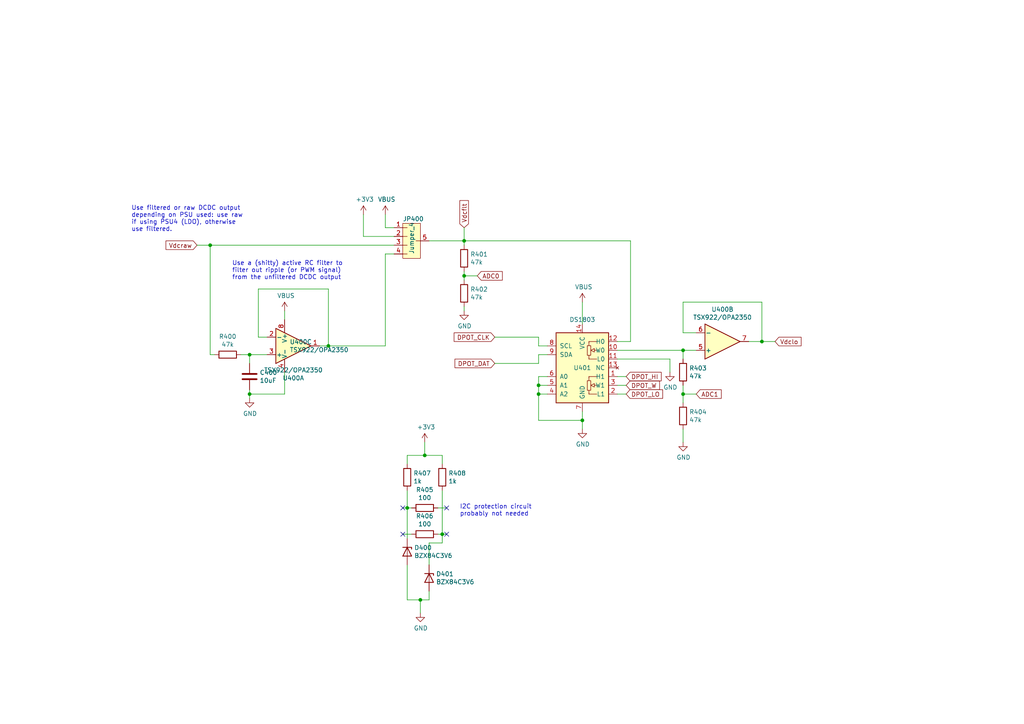
<source format=kicad_sch>
(kicad_sch (version 20211123) (generator eeschema)
  (paper "A4")
  (lib_symbols
    (symbol "Amplifier_Operational:LM358" (pin_names (offset 0.127))
      (property "Reference" "U" (at 0 5.08 0))
      (property "Value" "LM358" (at 0 -5.08 0))
      (symbol "LM358_1_1"
        (polyline (pts (xy -5.08 5.08) (xy 5.08 0) (xy -5.08 -5.08) (xy -5.08 5.08)) (stroke (width 0.254)) (fill (type background)))
        (pin output line (at 7.62 0 180) (length 2.54) (name "~") (number "1"))
        (pin input line (at -7.62 -2.54 0) (length 2.54) (name "-") (number "2"))
        (pin input line (at -7.62 2.54 0) (length 2.54) (name "+") (number "3"))
      )
      (symbol "LM358_2_1"
        (polyline (pts (xy -5.08 5.08) (xy 5.08 0) (xy -5.08 -5.08) (xy -5.08 5.08)) (stroke (width 0.254)) (fill (type background)))
        (pin input line (at -7.62 2.54 0) (length 2.54) (name "+") (number "5"))
        (pin input line (at -7.62 -2.54 0) (length 2.54) (name "-") (number "6"))
        (pin output line (at 7.62 0 180) (length 2.54) (name "~") (number "7"))
      )
      (symbol "LM358_3_1"
        (pin power_in line (at -2.54 -7.62 90) (length 3.81) (name "V-") (number "4"))
        (pin power_in line (at -2.54 7.62 270) (length 3.81) (name "V+") (number "8"))
      )
    )
    (symbol "Device:C" (pin_numbers hide) (pin_names (offset 0.254))
      (property "Reference" "C" (at 0.635 2.54 0))
      (property "Value" "C" (at 0.635 -2.54 0))
      (symbol "C_0_1"
        (polyline (pts (xy -2.032 -0.762) (xy 2.032 -0.762)) (stroke (width 0.508)))
        (polyline (pts (xy -2.032 0.762) (xy 2.032 0.762)) (stroke (width 0.508)))
      )
      (symbol "C_1_1"
        (pin passive line (at 0 3.81 270) (length 2.794) (name "~") (number "1"))
        (pin passive line (at 0 -3.81 90) (length 2.794) (name "~") (number "2"))
      )
    )
    (symbol "Device:D_Zener" (pin_numbers hide) (pin_names (offset 1.016) hide)
      (property "Reference" "D" (at 0 2.54 0))
      (property "Value" "D_Zener" (at 0 -2.54 0))
      (symbol "D_Zener_0_1"
        (polyline (pts (xy 1.27 0) (xy -1.27 0)))
        (polyline (pts (xy -1.27 -1.27) (xy -1.27 1.27) (xy -0.762 1.27)) (stroke (width 0.254)))
        (polyline (pts (xy 1.27 -1.27) (xy 1.27 1.27) (xy -1.27 0) (xy 1.27 -1.27)) (stroke (width 0.254)))
      )
      (symbol "D_Zener_1_1"
        (pin passive line (at -3.81 0 0) (length 2.54) (name "K") (number "1"))
        (pin passive line (at 3.81 0 180) (length 2.54) (name "A") (number "2"))
      )
    )
    (symbol "Device:R" (pin_numbers hide) (pin_names (offset 0))
      (property "Reference" "R" (at 2.032 0 90))
      (property "Value" "R" (at 0 0 90))
      (symbol "R_0_1"
        (rectangle (start -1.016 -2.54) (end 1.016 2.54) (stroke (width 0.254)))
      )
      (symbol "R_1_1"
        (pin passive line (at 0 3.81 270) (length 1.27) (name "~") (number "1"))
        (pin passive line (at 0 -3.81 90) (length 1.27) (name "~") (number "2"))
      )
    )
    (symbol "misc-mcus:DS1803" (pin_names (offset 1.016))
      (property "Reference" "U" (at 0 25.4 0))
      (property "Value" "DS1803" (at 0 22.86 0))
      (symbol "DS1803_1_1"
        (rectangle (start -7.62 10.16) (end 7.62 -10.16) (stroke (width 0.254)) (fill (type background)))
        (polyline (pts (xy 1.905 -7.366) (xy 1.905 -6.5278)))
        (polyline (pts (xy 1.905 -2.7686) (xy 1.905 -3.7084)))
        (polyline (pts (xy 1.905 2.794) (xy 1.905 3.6322)))
        (polyline (pts (xy 1.905 7.3914) (xy 1.905 6.4516)))
        (polyline (pts (xy 3.4798 -5.0546) (xy 4.191 -5.0546)))
        (polyline (pts (xy 3.4798 5.1054) (xy 4.191 5.1054)))
        (polyline (pts (xy 1.905 -7.62) (xy 1.905 -7.366) (xy 1.905 -7.366)) (fill (type background)))
        (polyline (pts (xy 1.905 -7.62) (xy 4.191 -7.62) (xy 4.191 -7.62)) (fill (type background)))
        (polyline (pts (xy 1.905 -2.54) (xy 1.905 -2.794) (xy 1.905 -2.794)))
        (polyline (pts (xy 1.905 -2.54) (xy 4.191 -2.54) (xy 4.191 -2.54)) (fill (type background)))
        (polyline (pts (xy 1.905 2.54) (xy 1.905 2.794) (xy 1.905 2.794)) (fill (type background)))
        (polyline (pts (xy 1.905 2.54) (xy 4.191 2.54) (xy 4.191 2.54)) (fill (type background)))
        (polyline (pts (xy 1.905 7.62) (xy 1.905 7.366) (xy 1.905 7.366)))
        (polyline (pts (xy 1.905 7.62) (xy 4.191 7.62) (xy 4.191 7.62)) (fill (type background)))
        (polyline (pts (xy 3.4798 -4.572) (xy 3.4798 -5.588) (xy 2.4638 -5.08) (xy 3.4798 -4.572) (xy 3.4798 -4.572)) (fill (type background)))
        (polyline (pts (xy 3.4798 5.588) (xy 3.4798 4.572) (xy 2.4638 5.08) (xy 3.4798 5.588) (xy 3.4798 5.588)) (fill (type background)))
        (rectangle (start 1.4224 -3.7338) (end 2.4384 -6.5278))
        (rectangle (start 1.4224 6.4262) (end 2.4384 3.6322))
        (pin passive line (at 10.16 -2.54 180) (length 2.54) (name "H1") (number "1"))
        (pin passive line (at 10.16 5.08 180) (length 2.54) (name "W0") (number "10"))
        (pin passive line (at 10.16 2.54 180) (length 2.54) (name "L0") (number "11"))
        (pin passive line (at 10.16 7.62 180) (length 2.54) (name "H0") (number "12"))
        (pin no_connect line (at 10.16 0 180) (length 2.54) (name "NC") (number "13"))
        (pin power_in line (at 0 12.7 270) (length 2.54) (name "VCC") (number "14"))
        (pin passive line (at 10.16 -7.62 180) (length 2.54) (name "L1") (number "2"))
        (pin passive line (at 10.16 -5.08 180) (length 2.54) (name "W1") (number "3"))
        (pin input line (at -10.16 -7.62 0) (length 2.54) (name "A2") (number "4"))
        (pin input line (at -10.16 -5.08 0) (length 2.54) (name "A1") (number "5"))
        (pin input line (at -10.16 -2.54 0) (length 2.54) (name "A0") (number "6"))
        (pin power_in line (at 0 -12.7 90) (length 2.54) (name "GND") (number "7"))
        (pin input line (at -10.16 6.35 0) (length 2.54) (name "SCL") (number "8"))
        (pin bidirectional line (at -10.16 3.81 0) (length 2.54) (name "SDA") (number "9"))
      )
    )
    (symbol "misc-mcus:Jumper_4" (pin_names (offset 1.016))
      (property "Reference" "JP" (at 0 11.43 0))
      (property "Value" "Jumper_4" (at 0 11.43 0))
      (symbol "Jumper_4_0_1"
        (rectangle (start -2.54 5.08) (end 2.54 -5.08) (fill (type background)))
        (polyline (pts (xy -2.54 -3.81) (xy -1.27 -3.81)))
        (polyline (pts (xy -2.54 -1.27) (xy -1.27 -1.27)))
        (polyline (pts (xy -2.54 1.27) (xy -1.27 1.27)))
        (polyline (pts (xy -2.54 3.81) (xy -1.27 3.81)))
        (polyline (pts (xy 2.54 0) (xy 1.27 0)))
      )
      (symbol "Jumper_4_1_1"
        (pin passive line (at -5.08 3.81 0) (length 2.54) (name "~") (number "1"))
        (pin passive line (at -5.08 1.27 0) (length 2.54) (name "~") (number "2"))
        (pin passive line (at -5.08 -1.27 0) (length 2.54) (name "~") (number "3"))
        (pin passive line (at -5.08 -3.81 0) (length 2.54) (name "~") (number "4"))
        (pin passive line (at 5.08 0 180) (length 2.54) (name "~") (number "5"))
      )
    )
    (symbol "power:+3V3" (power) (pin_names (offset 0))
      (property "Value" "+3V3" (at 0 3.556 0))
      (symbol "+3V3_0_1"
        (polyline (pts (xy -0.762 1.27) (xy 0 2.54)))
        (polyline (pts (xy 0 0) (xy 0 2.54)))
        (polyline (pts (xy 0 2.54) (xy 0.762 1.27)))
      )
      (symbol "+3V3_1_1"
        (pin power_in line (at 0 0 90) (length 0) hide (name "+3V3") (number "1"))
      )
    )
    (symbol "power:GND" (power) (pin_names (offset 0))
      (property "Value" "GND" (at 0 -3.81 0))
      (symbol "GND_0_1"
        (polyline (pts (xy 0 0) (xy 0 -1.27) (xy 1.27 -1.27) (xy 0 -2.54) (xy -1.27 -1.27) (xy 0 -1.27)))
      )
      (symbol "GND_1_1"
        (pin power_in line (at 0 0 270) (length 0) hide (name "GND") (number "1"))
      )
    )
    (symbol "power:VBUS" (power) (pin_names (offset 0))
      (property "Value" "VBUS" (at 0 3.81 0))
      (symbol "VBUS_0_1"
        (polyline (pts (xy -0.762 1.27) (xy 0 2.54)))
        (polyline (pts (xy 0 0) (xy 0 2.54)))
        (polyline (pts (xy 0 2.54) (xy 0.762 1.27)))
      )
      (symbol "VBUS_1_1"
        (pin power_in line (at 0 0 90) (length 0) hide (name "VBUS") (number "1"))
      )
    )
  )
  (junction (at 198.12 114.3))
  (junction (at 121.92 173.99))
  (junction (at 134.62 80.01))
  (junction (at 128.27 154.94))
  (junction (at 60.96 71.12))
  (junction (at 72.39 114.3))
  (junction (at 134.62 69.85))
  (junction (at 156.21 114.3))
  (junction (at 72.39 102.87))
  (junction (at 168.91 121.92))
  (junction (at 123.19 132.08))
  (junction (at 95.25 100.33))
  (junction (at 198.12 101.6))
  (junction (at 156.21 111.76))
  (junction (at 118.11 147.32))
  (junction (at 220.98 99.06))
  (no_connect (at 116.84 154.94))
  (no_connect (at 129.54 154.94))
  (no_connect (at 129.54 147.32))
  (no_connect (at 116.84 147.32))
  (wire (pts (xy 134.62 80.01) (xy 134.62 81.28)))
  (wire (pts (xy 74.93 83.82) (xy 95.25 83.82)))
  (wire (pts (xy 156.21 102.87) (xy 158.75 102.87)))
  (wire (pts (xy 60.96 71.12) (xy 114.3 71.12)))
  (wire (pts (xy 198.12 128.27) (xy 198.12 124.46)))
  (wire (pts (xy 179.07 99.06) (xy 182.88 99.06)))
  (wire (pts (xy 179.07 104.14) (xy 194.31 104.14)))
  (wire (pts (xy 198.12 114.3) (xy 198.12 111.76)))
  (wire (pts (xy 156.21 105.41) (xy 156.21 102.87)))
  (wire (pts (xy 156.21 114.3) (xy 158.75 114.3)))
  (wire (pts (xy 156.21 97.79) (xy 156.21 100.33)))
  (wire (pts (xy 118.11 163.83) (xy 118.11 173.99)))
  (wire (pts (xy 118.11 142.24) (xy 118.11 147.32)))
  (wire (pts (xy 105.41 68.58) (xy 105.41 62.23)))
  (wire (pts (xy 72.39 105.41) (xy 72.39 102.87)))
  (wire (pts (xy 128.27 132.08) (xy 123.19 132.08)))
  (wire (pts (xy 124.46 173.99) (xy 121.92 173.99)))
  (wire (pts (xy 198.12 96.52) (xy 201.93 96.52)))
  (wire (pts (xy 72.39 102.87) (xy 69.85 102.87)))
  (wire (pts (xy 217.17 99.06) (xy 220.98 99.06)))
  (wire (pts (xy 156.21 121.92) (xy 168.91 121.92)))
  (wire (pts (xy 121.92 173.99) (xy 121.92 177.8)))
  (wire (pts (xy 111.76 66.04) (xy 114.3 66.04)))
  (wire (pts (xy 179.07 111.76) (xy 181.61 111.76)))
  (wire (pts (xy 198.12 116.84) (xy 198.12 114.3)))
  (wire (pts (xy 128.27 134.62) (xy 128.27 132.08)))
  (wire (pts (xy 156.21 109.22) (xy 156.21 111.76)))
  (wire (pts (xy 118.11 134.62) (xy 118.11 132.08)))
  (wire (pts (xy 105.41 68.58) (xy 114.3 68.58)))
  (wire (pts (xy 74.93 97.79) (xy 74.93 83.82)))
  (wire (pts (xy 168.91 119.38) (xy 168.91 121.92)))
  (wire (pts (xy 95.25 100.33) (xy 92.71 100.33)))
  (wire (pts (xy 134.62 69.85) (xy 182.88 69.85)))
  (wire (pts (xy 124.46 163.83) (xy 124.46 157.48)))
  (wire (pts (xy 95.25 83.82) (xy 95.25 100.33)))
  (wire (pts (xy 156.21 97.79) (xy 143.51 97.79)))
  (wire (pts (xy 198.12 87.63) (xy 198.12 96.52)))
  (wire (pts (xy 111.76 73.66) (xy 114.3 73.66)))
  (wire (pts (xy 118.11 173.99) (xy 121.92 173.99)))
  (wire (pts (xy 156.21 111.76) (xy 156.21 114.3)))
  (wire (pts (xy 128.27 154.94) (xy 129.54 154.94)))
  (wire (pts (xy 82.55 92.71) (xy 82.55 90.17)))
  (wire (pts (xy 198.12 104.14) (xy 198.12 101.6)))
  (wire (pts (xy 179.07 101.6) (xy 198.12 101.6)))
  (wire (pts (xy 156.21 121.92) (xy 156.21 114.3)))
  (wire (pts (xy 143.51 105.41) (xy 156.21 105.41)))
  (wire (pts (xy 220.98 87.63) (xy 198.12 87.63)))
  (wire (pts (xy 124.46 69.85) (xy 134.62 69.85)))
  (wire (pts (xy 198.12 101.6) (xy 201.93 101.6)))
  (wire (pts (xy 128.27 142.24) (xy 128.27 154.94)))
  (wire (pts (xy 72.39 114.3) (xy 72.39 115.57)))
  (wire (pts (xy 182.88 69.85) (xy 182.88 99.06)))
  (wire (pts (xy 118.11 147.32) (xy 116.84 147.32)))
  (wire (pts (xy 134.62 90.17) (xy 134.62 88.9)))
  (wire (pts (xy 127 147.32) (xy 129.54 147.32)))
  (wire (pts (xy 62.23 102.87) (xy 60.96 102.87)))
  (wire (pts (xy 128.27 157.48) (xy 128.27 154.94)))
  (wire (pts (xy 194.31 104.14) (xy 194.31 107.95)))
  (wire (pts (xy 124.46 157.48) (xy 128.27 157.48)))
  (wire (pts (xy 134.62 71.12) (xy 134.62 69.85)))
  (wire (pts (xy 134.62 80.01) (xy 134.62 78.74)))
  (wire (pts (xy 220.98 99.06) (xy 224.79 99.06)))
  (wire (pts (xy 118.11 156.21) (xy 118.11 147.32)))
  (wire (pts (xy 72.39 113.03) (xy 72.39 114.3)))
  (wire (pts (xy 138.43 80.01) (xy 134.62 80.01)))
  (wire (pts (xy 111.76 100.33) (xy 111.76 73.66)))
  (wire (pts (xy 82.55 114.3) (xy 82.55 107.95)))
  (wire (pts (xy 158.75 109.22) (xy 156.21 109.22)))
  (wire (pts (xy 156.21 100.33) (xy 158.75 100.33)))
  (wire (pts (xy 116.84 154.94) (xy 119.38 154.94)))
  (wire (pts (xy 168.91 93.98) (xy 168.91 87.63)))
  (wire (pts (xy 95.25 100.33) (xy 111.76 100.33)))
  (wire (pts (xy 60.96 102.87) (xy 60.96 71.12)))
  (wire (pts (xy 119.38 147.32) (xy 118.11 147.32)))
  (wire (pts (xy 77.47 97.79) (xy 74.93 97.79)))
  (wire (pts (xy 77.47 102.87) (xy 72.39 102.87)))
  (wire (pts (xy 124.46 171.45) (xy 124.46 173.99)))
  (wire (pts (xy 111.76 66.04) (xy 111.76 62.23)))
  (wire (pts (xy 123.19 128.27) (xy 123.19 132.08)))
  (wire (pts (xy 127 154.94) (xy 128.27 154.94)))
  (wire (pts (xy 168.91 121.92) (xy 168.91 124.46)))
  (wire (pts (xy 181.61 109.22) (xy 179.07 109.22)))
  (wire (pts (xy 134.62 69.85) (xy 134.62 66.04)))
  (wire (pts (xy 72.39 114.3) (xy 82.55 114.3)))
  (wire (pts (xy 220.98 99.06) (xy 220.98 87.63)))
  (wire (pts (xy 181.61 114.3) (xy 179.07 114.3)))
  (wire (pts (xy 201.93 114.3) (xy 198.12 114.3)))
  (wire (pts (xy 158.75 111.76) (xy 156.21 111.76)))
  (wire (pts (xy 57.15 71.12) (xy 60.96 71.12)))
  (wire (pts (xy 118.11 132.08) (xy 123.19 132.08)))
  (text "Use filtered or raw DCDC output\ndepending on PSU used: use raw\nif using PSU4 (LDO), otherwise\nuse filtered." (at 38.1 67.31 0) (effects (font (size 1.27 1.27)) (justify left bottom)))
  (text "Use a (shitty) active RC filter to\nfilter out ripple (or PWM signal)\nfrom the unfiltered DCDC output" (at 67.31 81.28 0) (effects (font (size 1.27 1.27)) (justify left bottom)))
  (text "I2C protection circuit\nprobably not needed" (at 133.35 149.86 0) (effects (font (size 1.27 1.27)) (justify left bottom)))
  (global_label "DPOT_CLK" (shape input) (at 143.51 97.79 180) (property "Intersheet References" "${INTERSHEET_REFS}" (effects hide)))
  (global_label "DPOT_LO" (shape input) (at 181.61 114.3 0) (property "Intersheet References" "${INTERSHEET_REFS}" (effects hide)))
  (global_label "DPOT_DAT" (shape input) (at 143.51 105.41 180) (property "Intersheet References" "${INTERSHEET_REFS}" (effects hide)))
  (global_label "Vdcraw" (shape input) (at 57.15 71.12 180) (property "Intersheet References" "${INTERSHEET_REFS}" (effects hide)))
  (global_label "DPOT_W" (shape input) (at 181.61 111.76 0) (property "Intersheet References" "${INTERSHEET_REFS}" (effects hide)))
  (global_label "ADC1" (shape input) (at 201.93 114.3 0) (property "Intersheet References" "${INTERSHEET_REFS}" (effects hide)))
  (global_label "Vdcflt" (shape input) (at 134.62 66.04 90) (property "Intersheet References" "${INTERSHEET_REFS}" (effects hide)))
  (global_label "Vdclo" (shape input) (at 224.79 99.06 0) (property "Intersheet References" "${INTERSHEET_REFS}" (effects hide)))
  (global_label "DPOT_HI" (shape input) (at 181.61 109.22 0) (property "Intersheet References" "${INTERSHEET_REFS}" (effects hide)))
  (global_label "ADC0" (shape input) (at 138.43 80.01 0) (property "Intersheet References" "${INTERSHEET_REFS}" (effects hide)))
  (symbol (lib_id "Device:R") (at 123.19 147.32 270) (unit 1) (in_bom no) (on_board no)
    (property "Reference" "R405" (at 123.19 142.0622 90))
    (property "Value" "100" (at 123.19 144.3736 90))
    (property "Footprint" "Resistor_SMD:R_0402_1005Metric_Pad0.72x0.64mm_HandSolder" (effects hide))
  )
  (symbol (lib_id "Device:R") (at 123.19 154.94 270) (unit 1) (in_bom no) (on_board no)
    (property "Reference" "R406" (at 123.19 149.6822 90))
    (property "Value" "100" (at 123.19 151.9936 90))
    (property "Footprint" "Resistor_SMD:R_0402_1005Metric_Pad0.72x0.64mm_HandSolder" (effects hide))
  )
  (symbol (lib_id "Device:R") (at 118.11 138.43 0) (unit 1) (in_bom no) (on_board no)
    (property "Reference" "R407" (at 119.888 137.2616 0) (effects (justify left)))
    (property "Value" "1k" (at 119.888 139.573 0) (effects (justify left)))
    (property "Footprint" "Resistor_SMD:R_0402_1005Metric_Pad0.72x0.64mm_HandSolder" (effects hide))
  )
  (symbol (lib_id "Device:R") (at 128.27 138.43 0) (unit 1) (in_bom no) (on_board no)
    (property "Reference" "R408" (at 130.048 137.2616 0) (effects (justify left)))
    (property "Value" "1k" (at 130.048 139.573 0) (effects (justify left)))
    (property "Footprint" "Resistor_SMD:R_0402_1005Metric_Pad0.72x0.64mm_HandSolder" (effects hide))
  )
  (symbol (lib_id "Device:D_Zener") (at 118.11 160.02 270) (unit 1) (in_bom no) (on_board no)
    (property "Reference" "D400" (at 120.142 158.8516 90) (effects (justify left)))
    (property "Value" "BZX84C3V6" (at 120.142 161.163 90) (effects (justify left)))
    (property "Footprint" "Diode_SMD:D_SOT-23_ANK" (effects hide))
    (property "Datasheet" "https://www.farnell.com/datasheets/1911825.pdf" (effects hide))
  )
  (symbol (lib_id "Device:D_Zener") (at 124.46 167.64 270) (unit 1) (in_bom no) (on_board no)
    (property "Reference" "D401" (at 126.492 166.4716 90) (effects (justify left)))
    (property "Value" "BZX84C3V6" (at 126.492 168.783 90) (effects (justify left)))
    (property "Footprint" "Diode_SMD:D_SOT-23_ANK" (effects hide))
    (property "Datasheet" "https://www.farnell.com/datasheets/1911825.pdf" (effects hide))
  )
  (symbol (lib_id "power:GND") (at 121.92 177.8 0) (unit 1)
    (property "Reference" "#PWR0155" (effects hide))
    (property "Value" "GND" (at 122.047 182.1942 0))
  )
  (symbol (lib_id "Amplifier_Operational:LM358") (at 209.55 99.06 0) (mirror x) (unit 2)
    (property "Reference" "U400" (at 209.55 89.7382 0))
    (property "Value" "TSX922/OPA2350" (at 209.55 92.0496 0))
    (property "Footprint" "Package_SO:SO-8_3.9x4.9mm_P1.27mm" (effects hide))
    (property "Datasheet" "http://www.ti.com/lit/ds/symlink/lm2904-n.pdf" (effects hide))
  )
  (symbol (lib_id "Amplifier_Operational:LM358") (at 85.09 100.33 0) (mirror x) (unit 1)
    (property "Reference" "U400" (at 85.09 109.6518 0))
    (property "Value" "TSX922/OPA2350" (at 85.09 107.3404 0))
    (property "Footprint" "Package_SO:SO-8_3.9x4.9mm_P1.27mm" (effects hide))
    (property "Datasheet" "http://www.ti.com/lit/ds/symlink/lm2904-n.pdf" (effects hide))
  )
  (symbol (lib_id "Amplifier_Operational:LM358") (at 85.09 100.33 0) (unit 3)
    (property "Reference" "U400" (at 84.0232 99.1616 0) (effects (justify left)))
    (property "Value" "TSX922/OPA2350" (at 84.0232 101.473 0) (effects (justify left)))
    (property "Footprint" "Package_SO:SO-8_3.9x4.9mm_P1.27mm" (effects hide))
    (property "Datasheet" "http://www.ti.com/lit/ds/symlink/lm2904-n.pdf" (effects hide))
  )
  (symbol (lib_id "Device:R") (at 66.04 102.87 270) (unit 1)
    (property "Reference" "R400" (at 66.04 97.6122 90))
    (property "Value" "47k" (at 66.04 99.9236 90))
    (property "Footprint" "Resistor_SMD:R_0805_2012Metric_Pad1.20x1.40mm_HandSolder" (effects hide))
  )
  (symbol (lib_id "Device:C") (at 72.39 109.22 0) (unit 1)
    (property "Reference" "C400" (at 75.311 108.0516 0) (effects (justify left)))
    (property "Value" "10uF" (at 75.311 110.363 0) (effects (justify left)))
    (property "Footprint" "Capacitor_SMD:C_0805_2012Metric_Pad1.18x1.45mm_HandSolder" (effects hide))
  )
  (symbol (lib_id "power:GND") (at 72.39 115.57 0) (unit 1)
    (property "Reference" "#PWR0141" (effects hide))
    (property "Value" "GND" (at 72.517 119.9642 0))
  )
  (symbol (lib_id "power:VBUS") (at 82.55 90.17 0) (unit 1)
    (property "Reference" "#PWR0142" (effects hide))
    (property "Value" "VBUS" (at 82.931 85.7758 0))
  )
  (symbol (lib_id "Device:R") (at 134.62 74.93 0) (unit 1)
    (property "Reference" "R401" (at 136.398 73.7616 0) (effects (justify left)))
    (property "Value" "47k" (at 136.398 76.073 0) (effects (justify left)))
    (property "Footprint" "Resistor_SMD:R_0805_2012Metric_Pad1.20x1.40mm_HandSolder" (effects hide))
  )
  (symbol (lib_id "Device:R") (at 134.62 85.09 0) (unit 1)
    (property "Reference" "R402" (at 136.398 83.9216 0) (effects (justify left)))
    (property "Value" "47k" (at 136.398 86.233 0) (effects (justify left)))
    (property "Footprint" "Resistor_SMD:R_0805_2012Metric_Pad1.20x1.40mm_HandSolder" (effects hide))
  )
  (symbol (lib_id "power:GND") (at 134.62 90.17 0) (unit 1)
    (property "Reference" "#PWR0143" (effects hide))
    (property "Value" "GND" (at 134.747 94.5642 0))
  )
  (symbol (lib_id "misc-mcus:DS1803") (at 168.91 106.68 0) (unit 1)
    (property "Reference" "U401" (at 168.91 106.68 0))
    (property "Value" "DS1803" (at 168.91 92.71 0))
    (property "Footprint" "Package_SO:TSSOP-14_4.4x5mm_P0.65mm" (effects hide))
  )
  (symbol (lib_id "power:+3V3") (at 123.19 128.27 0) (unit 1)
    (property "Reference" "#PWR0144" (effects hide))
    (property "Value" "+3V3" (at 123.571 123.8758 0))
  )
  (symbol (lib_id "power:GND") (at 168.91 124.46 0) (unit 1)
    (property "Reference" "#PWR0145" (effects hide))
    (property "Value" "GND" (at 169.037 128.8542 0))
  )
  (symbol (lib_id "power:GND") (at 194.31 107.95 0) (unit 1)
    (property "Reference" "#PWR0146" (effects hide))
    (property "Value" "GND" (at 194.437 112.3442 0))
  )
  (symbol (lib_id "power:VBUS") (at 168.91 87.63 0) (unit 1)
    (property "Reference" "#PWR0147" (effects hide))
    (property "Value" "VBUS" (at 169.291 83.2358 0))
  )
  (symbol (lib_id "Device:R") (at 198.12 107.95 0) (unit 1)
    (property "Reference" "R403" (at 199.898 106.7816 0) (effects (justify left)))
    (property "Value" "47k" (at 199.898 109.093 0) (effects (justify left)))
    (property "Footprint" "Resistor_SMD:R_0805_2012Metric_Pad1.20x1.40mm_HandSolder" (effects hide))
  )
  (symbol (lib_id "Device:R") (at 198.12 120.65 0) (unit 1)
    (property "Reference" "R404" (at 199.898 119.4816 0) (effects (justify left)))
    (property "Value" "47k" (at 199.898 121.793 0) (effects (justify left)))
    (property "Footprint" "Resistor_SMD:R_0805_2012Metric_Pad1.20x1.40mm_HandSolder" (effects hide))
  )
  (symbol (lib_id "power:GND") (at 198.12 128.27 0) (unit 1)
    (property "Reference" "#PWR0148" (effects hide))
    (property "Value" "GND" (at 198.247 132.6642 0))
  )
  (symbol (lib_id "misc-mcus:Jumper_4") (at 119.38 69.85 0) (unit 1)
    (property "Reference" "JP400" (at 116.84 63.5 0) (effects (justify left)))
    (property "Value" "Jumper_4" (at 119.38 73.66 90) (effects (justify left)))
    (property "Footprint" "chip-bo:Jumper4_PinHeader" (effects hide))
  )
  (symbol (lib_id "power:+3V3") (at 105.41 62.23 0) (unit 1)
    (property "Reference" "#PWR0108" (effects hide))
    (property "Value" "+3V3" (at 105.791 57.8358 0))
  )
  (symbol (lib_id "power:VBUS") (at 111.76 62.23 0) (unit 1)
    (property "Reference" "#PWR0109" (effects hide))
    (property "Value" "VBUS" (at 112.141 57.8358 0))
  )
)
</source>
